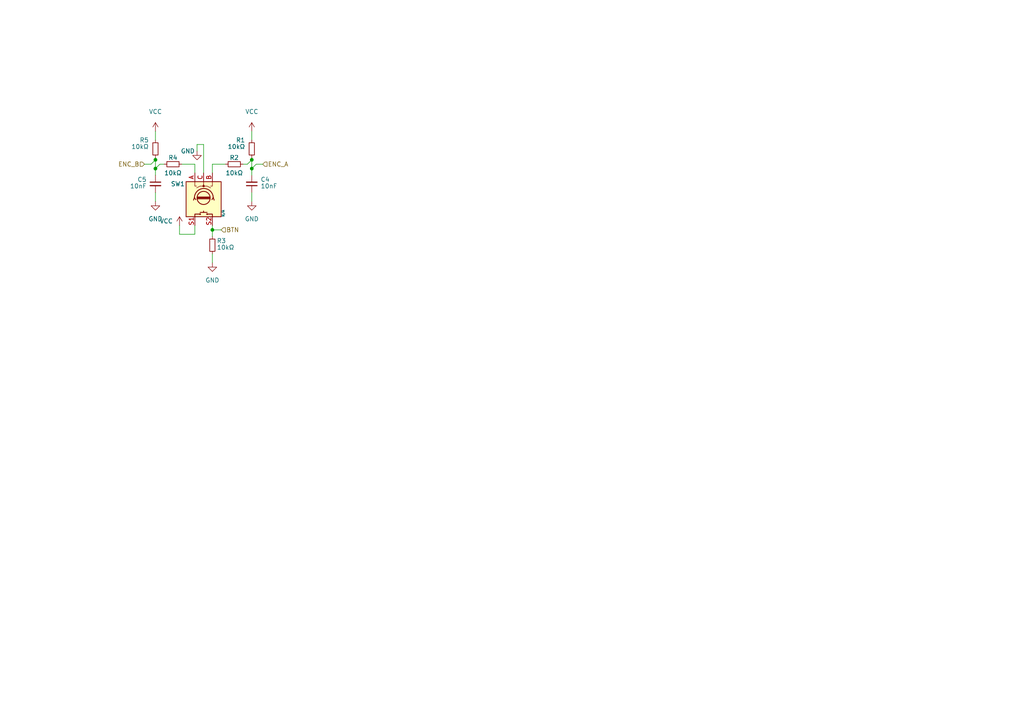
<source format=kicad_sch>
(kicad_sch (version 20230121) (generator eeschema)
  (paper "A4")
  (lib_symbols
    (symbol "Device:C_Small" (pin_numbers hide) (pin_names (offset 0.254) hide)
      (property "Reference" "C" (at 0.254 1.778 0))
      (property "Value" "C_Small" (at 0.254 -2.032 0))
      (symbol "C_Small_0_1"
        (polyline (pts (xy -1.524 -0.508) (xy 1.524 -0.508)) (stroke (width 0.3302)))
        (polyline (pts (xy -1.524 0.508) (xy 1.524 0.508)) (stroke (width 0.3048)))
      )
      (symbol "C_Small_1_1"
        (pin passive line (at 0 2.54 270) (length 2.032) (name "~") (number "1"))
        (pin passive line (at 0 -2.54 90) (length 2.032) (name "~") (number "2"))
      )
    )
    (symbol "Device:R_Small" (pin_numbers hide) (pin_names (offset 0.254) hide)
      (property "Reference" "R" (at 0.762 0.508 0))
      (property "Value" "R_Small" (at 0.762 -1.016 0))
      (symbol "R_Small_0_1"
        (rectangle (start -0.762 1.778) (end 0.762 -1.778) (stroke (width 0.2032)))
      )
      (symbol "R_Small_1_1"
        (pin passive line (at 0 2.54 270) (length 0.762) (name "~") (number "1"))
        (pin passive line (at 0 -2.54 90) (length 0.762) (name "~") (number "2"))
      )
    )
    (symbol "Device:RotaryEncoder_Switch" (pin_names (offset 0.254) hide)
      (property "Reference" "SW" (at 0 6.604 0))
      (property "Value" "RotaryEncoder_Switch" (at 0 -6.604 0))
      (symbol "RotaryEncoder_Switch_0_1"
        (rectangle (start -5.08 5.08) (end 5.08 -5.08) (stroke (width 0.254)) (fill (type background)))
        (circle (center -3.81 0) (radius 0.254) (fill (type outline)))
        (circle (center -0.381 0) (radius 1.905) (stroke (width 0.254)))
        (arc (start -0.381 2.667) (mid -3.0988 -0.0635) (end -0.381 -2.794) (stroke (width 0.254)))
        (polyline (pts (xy -0.635 -1.778) (xy -0.635 1.778)) (stroke (width 0.254)))
        (polyline (pts (xy -0.381 -1.778) (xy -0.381 1.778)) (stroke (width 0.254)))
        (polyline (pts (xy -0.127 1.778) (xy -0.127 -1.778)) (stroke (width 0.254)))
        (polyline (pts (xy 3.81 0) (xy 3.429 0)) (stroke (width 0.254)))
        (polyline (pts (xy 3.81 1.016) (xy 3.81 -1.016)) (stroke (width 0.254)))
        (polyline (pts (xy -5.08 -2.54) (xy -3.81 -2.54) (xy -3.81 -2.032)))
        (polyline (pts (xy -5.08 2.54) (xy -3.81 2.54) (xy -3.81 2.032)))
        (polyline (pts (xy 0.254 -3.048) (xy -0.508 -2.794) (xy 0.127 -2.413)) (stroke (width 0.254)))
        (polyline (pts (xy 0.254 2.921) (xy -0.508 2.667) (xy 0.127 2.286)) (stroke (width 0.254)))
        (polyline (pts (xy 5.08 -2.54) (xy 4.318 -2.54) (xy 4.318 -1.016)) (stroke (width 0.254)))
        (polyline (pts (xy 5.08 2.54) (xy 4.318 2.54) (xy 4.318 1.016)) (stroke (width 0.254)))
        (polyline (pts (xy -5.08 0) (xy -3.81 0) (xy -3.81 -1.016) (xy -3.302 -2.032)))
        (polyline (pts (xy -4.318 0) (xy -3.81 0) (xy -3.81 1.016) (xy -3.302 2.032)))
        (circle (center 4.318 -1.016) (radius 0.127) (stroke (width 0.254)))
        (circle (center 4.318 1.016) (radius 0.127) (stroke (width 0.254)))
      )
      (symbol "RotaryEncoder_Switch_1_1"
        (pin passive line (at -7.62 2.54 0) (length 2.54) (name "A") (number "A"))
        (pin passive line (at -7.62 -2.54 0) (length 2.54) (name "B") (number "B"))
        (pin passive line (at -7.62 0 0) (length 2.54) (name "C") (number "C"))
        (pin passive line (at 7.62 2.54 180) (length 2.54) (name "S1") (number "S1"))
        (pin passive line (at 7.62 -2.54 180) (length 2.54) (name "S2") (number "S2"))
      )
    )
    (symbol "power:GND" (power) (pin_names (offset 0))
      (property "Value" "GND" (at 0 -3.81 0))
      (symbol "GND_0_1"
        (polyline (pts (xy 0 0) (xy 0 -1.27) (xy 1.27 -1.27) (xy 0 -2.54) (xy -1.27 -1.27) (xy 0 -1.27)))
      )
      (symbol "GND_1_1"
        (pin power_in line (at 0 0 270) (length 0) hide (name "GND") (number "1"))
      )
    )
    (symbol "power:VCC" (power) (pin_names (offset 0))
      (property "Value" "VCC" (at 0 3.81 0))
      (symbol "VCC_0_1"
        (polyline (pts (xy -0.762 1.27) (xy 0 2.54)))
        (polyline (pts (xy 0 0) (xy 0 2.54)))
        (polyline (pts (xy 0 2.54) (xy 0.762 1.27)))
      )
      (symbol "VCC_1_1"
        (pin power_in line (at 0 0 90) (length 0) hide (name "VCC") (number "1"))
      )
    )
  )
  (junction (at 73.025 46.355))
  (junction (at 45.085 46.355))
  (junction (at 61.595 66.675))
  (junction (at 73.025 48.895))
  (junction (at 45.085 48.895))
  (wire (pts (xy 61.595 65.405) (xy 61.595 66.675)))
  (wire (pts (xy 41.91 47.625) (xy 43.815 47.625)))
  (wire (pts (xy 45.085 50.8) (xy 45.085 48.895)))
  (wire (pts (xy 56.515 50.165) (xy 56.515 47.625)))
  (wire (pts (xy 59.055 41.91) (xy 59.055 50.165)))
  (wire (pts (xy 56.515 47.625) (xy 52.705 47.625)))
  (wire (pts (xy 45.085 48.895) (xy 45.085 46.355)))
  (wire (pts (xy 73.025 38.1) (xy 73.025 40.64)))
  (wire (pts (xy 52.07 67.945) (xy 56.515 67.945)))
  (wire (pts (xy 45.085 55.88) (xy 45.085 58.42)))
  (wire (pts (xy 71.755 47.625) (xy 73.025 46.355)))
  (wire (pts (xy 61.595 66.675) (xy 61.595 68.58)))
  (wire (pts (xy 71.755 47.625) (xy 70.485 47.625)))
  (wire (pts (xy 61.595 73.66) (xy 61.595 76.2)))
  (wire (pts (xy 43.815 47.625) (xy 45.085 46.355)))
  (wire (pts (xy 45.085 46.355) (xy 45.085 45.72)))
  (wire (pts (xy 73.025 55.88) (xy 73.025 58.42)))
  (wire (pts (xy 57.15 41.91) (xy 57.15 43.815)))
  (wire (pts (xy 76.2 47.625) (xy 74.295 47.625)))
  (wire (pts (xy 74.295 47.625) (xy 73.025 48.895)))
  (wire (pts (xy 73.025 48.895) (xy 73.025 46.355)))
  (wire (pts (xy 61.595 47.625) (xy 65.405 47.625)))
  (wire (pts (xy 47.625 47.625) (xy 46.355 47.625)))
  (wire (pts (xy 46.355 47.625) (xy 45.085 48.895)))
  (wire (pts (xy 45.085 38.1) (xy 45.085 40.64)))
  (wire (pts (xy 56.515 65.405) (xy 56.515 67.945)))
  (wire (pts (xy 73.025 46.355) (xy 73.025 45.72)))
  (wire (pts (xy 52.07 65.405) (xy 52.07 67.945)))
  (wire (pts (xy 59.055 41.91) (xy 57.15 41.91)))
  (wire (pts (xy 73.025 50.8) (xy 73.025 48.895)))
  (wire (pts (xy 64.135 66.675) (xy 61.595 66.675)))
  (wire (pts (xy 61.595 50.165) (xy 61.595 47.625)))
  (hierarchical_label "ENC_A" (shape input) (at 76.2 47.625 0))
  (hierarchical_label "ENC_B" (shape input) (at 41.91 47.625 180))
  (hierarchical_label "BTN" (shape input) (at 64.135 66.675 0))
  (symbol (lib_id "Device:R_Small") (at 67.945 47.625 270) (unit 1)
    (property "Reference" "R2" (at 67.945 45.72 90))
    (property "Value" "10kΩ" (at 67.945 50.165 90))
    (property "Footprint" "Gruffalo_Dimmer:0805-R_Handsolder" (effects hide))
    (property "Comments" "Any 10kΩ. Why are you buying these? You should have some somewhere in a box" (effects hide))
    (property "Digikey PN" "311-10KARCT-ND" (effects hide))
    (property "Farnell PN" "2073612" (effects hide))
    (property "MPN" "RC0805JR-0710KL" (effects hide))
    (property "Manufacturer" "Yageo" (effects hide))
    (instances (project "LED_Dimmer" (path "" (reference "R2") (unit 1)) (path "" (reference "R7") (unit 1))))
  )
  (symbol (lib_id "Device:R_Small") (at 73.025 43.18 0) (mirror x) (unit 1)
    (property "Reference" "R1" (at 71.12 40.64 0) (effects (justify right)))
    (property "Value" "10kΩ" (at 71.12 42.545 0) (effects (justify right)))
    (property "Footprint" "Gruffalo_Dimmer:0805-R_Handsolder" (effects hide))
    (property "Comments" "Any 10kΩ. Why are you buying these? You should have some somewhere in a box" (effects hide))
    (property "Digikey PN" "311-10KARCT-ND" (effects hide))
    (property "Farnell PN" "2073612" (effects hide))
    (property "MPN" "RC0805JR-0710KL" (effects hide))
    (property "Manufacturer" "Yageo" (effects hide))
    (instances (project "LED_Dimmer" (path "" (reference "R1") (unit 1)) (path "" (reference "R6") (unit 1))))
  )
  (symbol (lib_id "Device:R_Small") (at 61.595 71.12 180) (unit 1)
    (property "Reference" "R3" (at 62.865 69.85 0) (effects (justify right)))
    (property "Value" "10kΩ" (at 62.865 71.755 0) (effects (justify right)))
    (property "Footprint" "Gruffalo_Dimmer:0805-R_Handsolder" (effects hide))
    (property "Comments" "Any 10kΩ. Why are you buying these? You should have some somewhere in a box" (effects hide))
    (property "Digikey PN" "311-10KARCT-ND" (effects hide))
    (property "Farnell PN" "2073612" (effects hide))
    (property "MPN" "RC0805JR-0710KL" (effects hide))
    (property "Manufacturer" "Yageo" (effects hide))
    (instances (project "LED_Dimmer" (path "" (reference "R3") (unit 1)) (path "" (reference "R8") (unit 1))))
  )
  (symbol (lib_id "Device:RotaryEncoder_Switch") (at 59.055 57.785 90) (mirror x) (unit 1)
    (property "Reference" "SW1" (at 49.53 53.34 90) (effects (justify right)))
    (property "Value" "N/A" (at 64.77 62.865 0) (effects (font (size 0.635 0.635)) (justify right)))
    (property "Footprint" "Gruffalo_Dimmer:Rotary Encoder - PEC11R - ∅11mm" (effects hide))
    (property "Datasheet" "https://www.bourns.com/docs/product-datasheets/pec11r.pdf?sfvrsn=bb617cbf_12" (effects hide))
    (property "Comments" "Any PEC11R-4XYYF-SZZZZ will do, but consider shaft size to fit case" (effects hide))
    (property "Digikey PN" "PEC11R-4115F-S0018-ND" (effects hide))
    (property "Farnell PN" "2474846" (effects hide))
    (property "MPN" "PEC11R-4115F-S0018" (effects hide))
    (property "Manufacturer" "Bourns" (effects hide))
    (instances (project "LED_Dimmer" (path "" (reference "SW1") (unit 1)) (path "" (reference "SW2") (unit 1))))
  )
  (symbol (lib_id "power:GND") (at 45.085 58.42 0) (mirror y) (unit 1)
    (property "Reference" "#PWR019" (effects hide))
    (property "Value" "GND" (at 45.085 63.5 0))
    (instances (project "LED_Dimmer" (path "" (reference "#PWR019") (unit 1)) (path "" (reference "#PWR026") (unit 1))))
  )
  (symbol (lib_id "Device:R_Small") (at 45.085 43.18 0) (mirror y) (unit 1)
    (property "Reference" "R5" (at 43.18 40.64 0) (effects (justify left)))
    (property "Value" "10kΩ" (at 43.18 42.545 0) (effects (justify left)))
    (property "Footprint" "Gruffalo_Dimmer:0805-R_Handsolder" (effects hide))
    (property "Comments" "Any 10kΩ. Why are you buying these? You should have some somewhere in a box" (effects hide))
    (property "Digikey PN" "311-10KARCT-ND" (effects hide))
    (property "Farnell PN" "2073612" (effects hide))
    (property "MPN" "RC0805JR-0710KL" (effects hide))
    (property "Manufacturer" "Yageo" (effects hide))
    (instances (project "LED_Dimmer" (path "" (reference "R5") (unit 1)) (path "" (reference "R10") (unit 1))))
  )
  (symbol (lib_id "power:VCC") (at 52.07 65.405 0) (mirror y) (unit 1)
    (property "Reference" "#PWR015" (effects hide))
    (property "Value" "VCC" (at 50.165 64.1349 0) (effects (justify left)))
    (instances (project "LED_Dimmer" (path "" (reference "#PWR015") (unit 1)) (path "" (reference "#PWR022") (unit 1))))
  )
  (symbol (lib_id "power:GND") (at 57.15 43.815 0) (mirror y) (unit 1)
    (property "Reference" "#PWR016" (effects hide))
    (property "Value" "GND" (at 56.515 43.815 0) (effects (justify left)))
    (instances (project "LED_Dimmer" (path "" (reference "#PWR016") (unit 1)) (path "" (reference "#PWR023") (unit 1))))
  )
  (symbol (lib_id "power:VCC") (at 45.085 38.1 0) (mirror y) (unit 1)
    (property "Reference" "#PWR018" (effects hide))
    (property "Value" "VCC" (at 45.085 32.385 0))
    (instances (project "LED_Dimmer" (path "" (reference "#PWR018") (unit 1)) (path "" (reference "#PWR025") (unit 1))))
  )
  (symbol (lib_id "power:GND") (at 61.595 76.2 0) (unit 1)
    (property "Reference" "#PWR017" (effects hide))
    (property "Value" "GND" (at 61.595 81.28 0))
    (instances (project "LED_Dimmer" (path "" (reference "#PWR017") (unit 1)) (path "" (reference "#PWR024") (unit 1))))
  )
  (symbol (lib_id "Device:C_Small") (at 45.085 53.34 0) (mirror y) (unit 1)
    (property "Reference" "C5" (at 42.545 52.0762 0) (effects (justify left)))
    (property "Value" "10nF" (at 42.545 53.975 0) (effects (justify left)))
    (property "Footprint" "Gruffalo_Dimmer:0603-1.6x0.8mm-C_Handsolder" (effects hide))
    (property "Comments" "Any X7R, 0603, 10V cap." (effects hide))
    (property "Digikey PN" "1276-1009-1-ND" (effects hide))
    (property "Farnell PN" "3013408" (effects hide))
    (property "MPN" "CL10B103KB8NNNC" (effects hide))
    (property "Manufacturer" "Samsung" (effects hide))
    (property "Tolerance" "X7R" (effects hide))
    (property "Vrating" "50V" (effects hide))
    (instances (project "LED_Dimmer" (path "" (reference "C5") (unit 1)) (path "" (reference "C7") (unit 1))))
  )
  (symbol (lib_id "Device:R_Small") (at 50.165 47.625 90) (mirror x) (unit 1)
    (property "Reference" "R4" (at 50.165 45.72 90))
    (property "Value" "10kΩ" (at 50.165 50.165 90))
    (property "Footprint" "Gruffalo_Dimmer:0805-R_Handsolder" (effects hide))
    (property "Comments" "Any 10kΩ. Why are you buying these? You should have some somewhere in a box" (effects hide))
    (property "Digikey PN" "311-10KARCT-ND" (effects hide))
    (property "Farnell PN" "2073612" (effects hide))
    (property "MPN" "RC0805JR-0710KL" (effects hide))
    (property "Manufacturer" "Yageo" (effects hide))
    (instances (project "LED_Dimmer" (path "" (reference "R4") (unit 1)) (path "" (reference "R9") (unit 1))))
  )
  (symbol (lib_id "power:VCC") (at 73.025 38.1 0) (mirror y) (unit 1)
    (property "Reference" "#PWR013" (effects hide))
    (property "Value" "VCC" (at 73.025 32.385 0))
    (instances (project "LED_Dimmer" (path "" (reference "#PWR013") (unit 1)) (path "" (reference "#PWR020") (unit 1))))
  )
  (symbol (lib_id "Device:C_Small") (at 73.025 53.34 180) (unit 1)
    (property "Reference" "C4" (at 75.565 52.0635 0) (effects (justify right)))
    (property "Value" "10nF" (at 75.565 53.975 0) (effects (justify right)))
    (property "Footprint" "Gruffalo_Dimmer:0603-1.6x0.8mm-C_Handsolder" (effects hide))
    (property "Comments" "Any X7R, 0603, 10V cap." (effects hide))
    (property "Digikey PN" "1276-1009-1-ND" (effects hide))
    (property "Farnell PN" "3013408" (effects hide))
    (property "MPN" "CL10B103KB8NNNC" (effects hide))
    (property "Manufacturer" "Samsung" (effects hide))
    (property "Tolerance" "X7R" (effects hide))
    (property "Vrating" "50V" (effects hide))
    (instances (project "LED_Dimmer" (path "" (reference "C4") (unit 1)) (path "" (reference "C6") (unit 1))))
  )
  (symbol (lib_id "power:GND") (at 73.025 58.42 0) (mirror y) (unit 1)
    (property "Reference" "#PWR014" (effects hide))
    (property "Value" "GND" (at 73.025 63.5 0))
    (instances (project "LED_Dimmer" (path "" (reference "#PWR014") (unit 1)) (path "" (reference "#PWR021") (unit 1))))
  )
)
</source>
